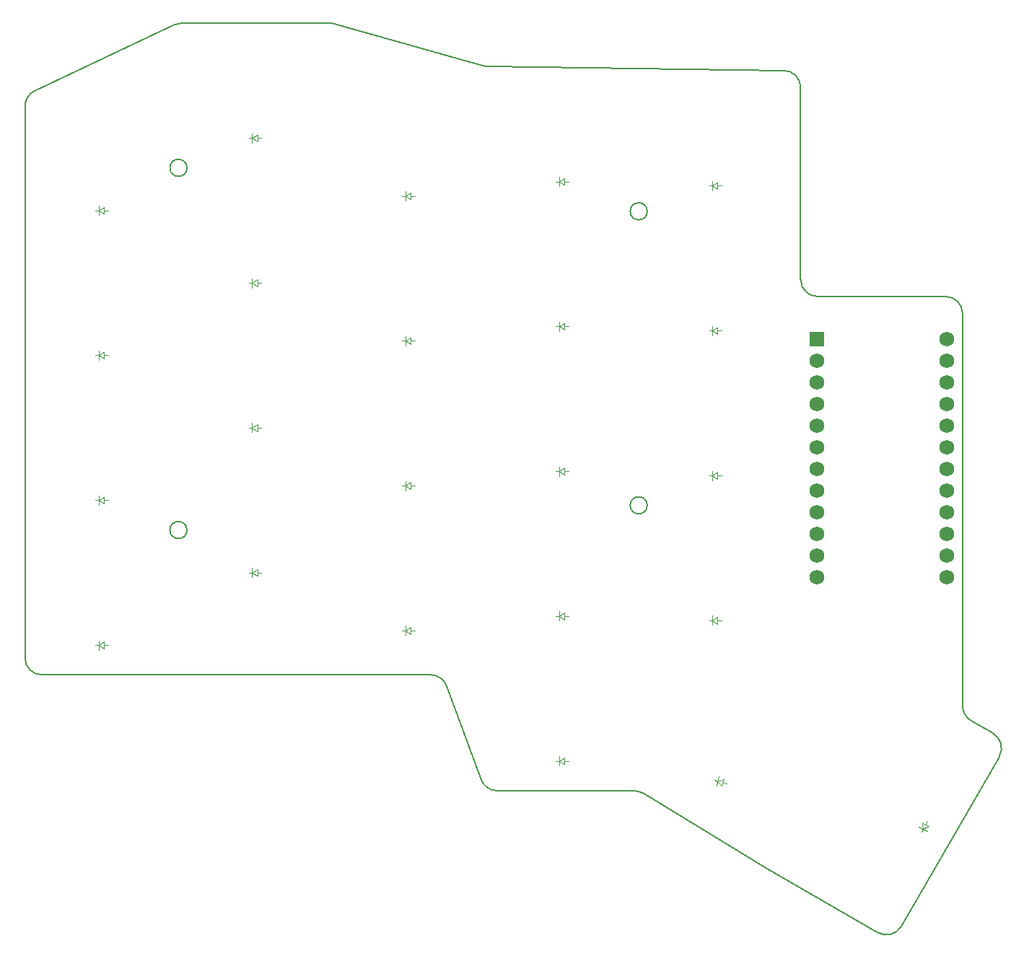
<source format=gbr>
%TF.GenerationSoftware,KiCad,Pcbnew,(6.0.0)*%
%TF.CreationDate,2022-02-05T12:05:09+01:00*%
%TF.ProjectId,samoklava2_pcb,73616d6f-6b6c-4617-9661-325f7063622e,v1.0.0*%
%TF.SameCoordinates,Original*%
%TF.FileFunction,Legend,Bot*%
%TF.FilePolarity,Positive*%
%FSLAX46Y46*%
G04 Gerber Fmt 4.6, Leading zero omitted, Abs format (unit mm)*
G04 Created by KiCad (PCBNEW (6.0.0)) date 2022-02-05 12:05:09*
%MOMM*%
%LPD*%
G01*
G04 APERTURE LIST*
%TA.AperFunction,Profile*%
%ADD10C,0.150000*%
%TD*%
%ADD11C,0.100000*%
%ADD12R,1.752600X1.752600*%
%ADD13C,1.752600*%
G04 APERTURE END LIST*
D10*
X101000000Y33900000D02*
G75*
G03*
X99000000Y35900000I-1999999J1D01*
G01*
X101000000Y-12141090D02*
G75*
G03*
X102000000Y-13873141I2000000J0D01*
G01*
X-9000000Y-6500000D02*
G75*
G03*
X-7000000Y-8500000I1999999J-1D01*
G01*
X-9000000Y58232663D02*
X-9000000Y-6500000D01*
X8594465Y67808497D02*
X-7854013Y60041161D01*
X44745899Y62971995D02*
X27267341Y67924253D01*
X46395588Y-22100000D02*
X62441218Y-22100000D01*
X80027025Y62426662D02*
X45264080Y62896431D01*
X40481569Y-9809869D02*
X44518431Y-20790131D01*
X78060291Y-31227935D02*
G75*
G03*
X78096935Y-31249615I1031524J1701695D01*
G01*
X-7000000Y-8500000D02*
X38604412Y-8500000D01*
X27267341Y67924253D02*
G75*
G03*
X26722136Y68000000I-545201J-1924212D01*
G01*
X78096934Y-31249614D02*
X91068878Y-38738969D01*
X26722135Y68000000D02*
X9448477Y68000000D01*
X44518431Y-20790131D02*
G75*
G03*
X46395588Y-22100000I1877157J690130D01*
G01*
X10000000Y8500000D02*
G75*
G03*
X10000000Y8500000I-1000000J0D01*
G01*
X63477862Y-22389629D02*
X78060291Y-31227935D01*
X64000000Y11400000D02*
G75*
G03*
X64000000Y11400000I-1000000J0D01*
G01*
X40481569Y-9809869D02*
G75*
G03*
X38604412Y-8500000I-1877157J-690130D01*
G01*
X99000000Y35900000D02*
X84000000Y35900000D01*
X101000000Y-12141090D02*
X101000000Y33900000D01*
X9448477Y68000000D02*
G75*
G03*
X8594464Y67808497I2J-2000006D01*
G01*
X82000000Y37900000D02*
X82000000Y60426844D01*
X10000000Y51000000D02*
G75*
G03*
X10000000Y51000000I-1000000J0D01*
G01*
X-7854013Y60041161D02*
G75*
G03*
X-9000001Y58232663I854012J-1808497D01*
G01*
X93800928Y-38006919D02*
X105300929Y-18088334D01*
X63477862Y-22389629D02*
G75*
G03*
X62441218Y-22100000I-1036646J-1710378D01*
G01*
X64000000Y45900000D02*
G75*
G03*
X64000000Y45900000I-1000000J0D01*
G01*
X105300929Y-18088334D02*
G75*
G03*
X104568878Y-15356283I-1732051J1000000D01*
G01*
X102000000Y-13873141D02*
X104568878Y-15356284D01*
X44745899Y62971995D02*
G75*
G03*
X45264080Y62896431I545202J1924232D01*
G01*
X82000001Y60426844D02*
G75*
G03*
X80027025Y62426661I-2000001J-1D01*
G01*
X91068878Y-38738969D02*
G75*
G03*
X93800928Y-38006919I1000000J1732050D01*
G01*
X82000000Y37900000D02*
G75*
G03*
X84000000Y35900000I1999999J-1D01*
G01*
D11*
%TO.C,D22*%
X72261125Y-20958044D02*
X72403475Y-20426785D01*
X72944208Y-20726965D02*
X72737153Y-21499706D01*
X72737153Y-21499706D02*
X72261125Y-20958044D01*
X72261125Y-20958044D02*
X72944208Y-20726965D01*
X71874755Y-20854517D02*
X72261125Y-20958044D01*
X72261125Y-20958044D02*
X72118774Y-21489304D01*
X72840680Y-21113336D02*
X73323643Y-21242745D01*
%TO.C,D15*%
X54250000Y32800000D02*
X54250000Y32000000D01*
X54250000Y32400000D02*
X54750000Y32400000D01*
X53250000Y32400000D02*
X53650000Y32400000D01*
X53650000Y32400000D02*
X53650000Y32950000D01*
X53650000Y32400000D02*
X53650000Y31850000D01*
X53650000Y32400000D02*
X54250000Y32800000D01*
X54250000Y32000000D02*
X53650000Y32400000D01*
%TO.C,D6*%
X17650000Y20500000D02*
X18250000Y20900000D01*
X17650000Y20500000D02*
X17650000Y19950000D01*
X18250000Y20500000D02*
X18750000Y20500000D01*
X18250000Y20100000D02*
X17650000Y20500000D01*
X17650000Y20500000D02*
X17650000Y21050000D01*
X18250000Y20900000D02*
X18250000Y20100000D01*
X17250000Y20500000D02*
X17650000Y20500000D01*
%TO.C,D10*%
X36250000Y13300000D02*
X35650000Y13700000D01*
X36250000Y13700000D02*
X36750000Y13700000D01*
X35650000Y13700000D02*
X36250000Y14100000D01*
X35250000Y13700000D02*
X35650000Y13700000D01*
X35650000Y13700000D02*
X35650000Y13150000D01*
X35650000Y13700000D02*
X35650000Y14250000D01*
X36250000Y14100000D02*
X36250000Y13300000D01*
%TO.C,D16*%
X54250000Y49400000D02*
X54750000Y49400000D01*
X54250000Y49800000D02*
X54250000Y49000000D01*
X53250000Y49400000D02*
X53650000Y49400000D01*
X53650000Y49400000D02*
X53650000Y49950000D01*
X54250000Y49000000D02*
X53650000Y49400000D01*
X53650000Y49400000D02*
X53650000Y48850000D01*
X53650000Y49400000D02*
X54250000Y49800000D01*
%TO.C,D11*%
X36250000Y30300000D02*
X35650000Y30700000D01*
X35250000Y30700000D02*
X35650000Y30700000D01*
X36250000Y31100000D02*
X36250000Y30300000D01*
X35650000Y30700000D02*
X35650000Y31250000D01*
X35650000Y30700000D02*
X35650000Y30150000D01*
X36250000Y30700000D02*
X36750000Y30700000D01*
X35650000Y30700000D02*
X36250000Y31100000D01*
%TO.C,D17*%
X72250000Y-2500000D02*
X71650000Y-2100000D01*
X72250000Y-1700000D02*
X72250000Y-2500000D01*
X71650000Y-2100000D02*
X72250000Y-1700000D01*
X72250000Y-2100000D02*
X72750000Y-2100000D01*
X71250000Y-2100000D02*
X71650000Y-2100000D01*
X71650000Y-2100000D02*
X71650000Y-1550000D01*
X71650000Y-2100000D02*
X71650000Y-2650000D01*
%TO.C,D20*%
X72250000Y48900000D02*
X72750000Y48900000D01*
X71650000Y48900000D02*
X71650000Y48350000D01*
X72250000Y48500000D02*
X71650000Y48900000D01*
X71650000Y48900000D02*
X71650000Y49450000D01*
X72250000Y49300000D02*
X72250000Y48500000D01*
X71650000Y48900000D02*
X72250000Y49300000D01*
X71250000Y48900000D02*
X71650000Y48900000D01*
%TO.C,D18*%
X72250000Y14900000D02*
X72750000Y14900000D01*
X72250000Y14500000D02*
X71650000Y14900000D01*
X71250000Y14900000D02*
X71650000Y14900000D01*
X71650000Y14900000D02*
X71650000Y14350000D01*
X71650000Y14900000D02*
X71650000Y15450000D01*
X71650000Y14900000D02*
X72250000Y15300000D01*
X72250000Y15300000D02*
X72250000Y14500000D01*
%TO.C,D7*%
X18250000Y37100000D02*
X17650000Y37500000D01*
X17650000Y37500000D02*
X17650000Y38050000D01*
X18250000Y37500000D02*
X18750000Y37500000D01*
X18250000Y37900000D02*
X18250000Y37100000D01*
X17250000Y37500000D02*
X17650000Y37500000D01*
X17650000Y37500000D02*
X17650000Y36950000D01*
X17650000Y37500000D02*
X18250000Y37900000D01*
%TO.C,D13*%
X53650000Y-1600000D02*
X54250000Y-1200000D01*
X53250000Y-1600000D02*
X53650000Y-1600000D01*
X54250000Y-1600000D02*
X54750000Y-1600000D01*
X54250000Y-1200000D02*
X54250000Y-2000000D01*
X53650000Y-1600000D02*
X53650000Y-2150000D01*
X54250000Y-2000000D02*
X53650000Y-1600000D01*
X53650000Y-1600000D02*
X53650000Y-1050000D01*
%TO.C,D4*%
X-350000Y46000000D02*
X-350000Y46550000D01*
X-350000Y46000000D02*
X250000Y46400000D01*
X250000Y45600000D02*
X-350000Y46000000D01*
X-350000Y46000000D02*
X-350000Y45450000D01*
X250000Y46000000D02*
X750000Y46000000D01*
X-750000Y46000000D02*
X-350000Y46000000D01*
X250000Y46400000D02*
X250000Y45600000D01*
%TO.C,D23*%
X96344840Y-26600736D02*
X96298430Y-25881121D01*
X96144840Y-26947146D02*
X96344840Y-26600736D01*
X96644840Y-26081121D02*
X96894840Y-25648108D01*
X96344840Y-26600736D02*
X95868526Y-26325736D01*
X96344840Y-26600736D02*
X96821154Y-26875736D01*
X96991250Y-26281121D02*
X96344840Y-26600736D01*
X96298430Y-25881121D02*
X96991250Y-26281121D01*
%TO.C,D21*%
X53650000Y-18600000D02*
X53650000Y-18050000D01*
X54250000Y-19000000D02*
X53650000Y-18600000D01*
X53250000Y-18600000D02*
X53650000Y-18600000D01*
X54250000Y-18600000D02*
X54750000Y-18600000D01*
X54250000Y-18200000D02*
X54250000Y-19000000D01*
X53650000Y-18600000D02*
X53650000Y-19150000D01*
X53650000Y-18600000D02*
X54250000Y-18200000D01*
%TO.C,D14*%
X54250000Y15400000D02*
X54750000Y15400000D01*
X53650000Y15400000D02*
X53650000Y15950000D01*
X53650000Y15400000D02*
X53650000Y14850000D01*
X54250000Y15000000D02*
X53650000Y15400000D01*
X53250000Y15400000D02*
X53650000Y15400000D01*
X54250000Y15800000D02*
X54250000Y15000000D01*
X53650000Y15400000D02*
X54250000Y15800000D01*
%TO.C,D9*%
X35650000Y-3300000D02*
X35650000Y-2750000D01*
X35650000Y-3300000D02*
X35650000Y-3850000D01*
X35250000Y-3300000D02*
X35650000Y-3300000D01*
X36250000Y-2900000D02*
X36250000Y-3700000D01*
X36250000Y-3300000D02*
X36750000Y-3300000D01*
X36250000Y-3700000D02*
X35650000Y-3300000D01*
X35650000Y-3300000D02*
X36250000Y-2900000D01*
%TO.C,D12*%
X36250000Y47700000D02*
X36750000Y47700000D01*
X36250000Y48100000D02*
X36250000Y47300000D01*
X35650000Y47700000D02*
X35650000Y48250000D01*
X35650000Y47700000D02*
X36250000Y48100000D01*
X35650000Y47700000D02*
X35650000Y47150000D01*
X35250000Y47700000D02*
X35650000Y47700000D01*
X36250000Y47300000D02*
X35650000Y47700000D01*
%TO.C,D1*%
X-350000Y-5000000D02*
X250000Y-4600000D01*
X-750000Y-5000000D02*
X-350000Y-5000000D01*
X250000Y-5000000D02*
X750000Y-5000000D01*
X250000Y-4600000D02*
X250000Y-5400000D01*
X250000Y-5400000D02*
X-350000Y-5000000D01*
X-350000Y-5000000D02*
X-350000Y-5550000D01*
X-350000Y-5000000D02*
X-350000Y-4450000D01*
%TO.C,D8*%
X17650000Y54500000D02*
X18250000Y54900000D01*
X18250000Y54500000D02*
X18750000Y54500000D01*
X17650000Y54500000D02*
X17650000Y53950000D01*
X18250000Y54100000D02*
X17650000Y54500000D01*
X17650000Y54500000D02*
X17650000Y55050000D01*
X18250000Y54900000D02*
X18250000Y54100000D01*
X17250000Y54500000D02*
X17650000Y54500000D01*
%TO.C,D5*%
X17650000Y3500000D02*
X17650000Y2950000D01*
X17250000Y3500000D02*
X17650000Y3500000D01*
X18250000Y3100000D02*
X17650000Y3500000D01*
X17650000Y3500000D02*
X18250000Y3900000D01*
X17650000Y3500000D02*
X17650000Y4050000D01*
X18250000Y3900000D02*
X18250000Y3100000D01*
X18250000Y3500000D02*
X18750000Y3500000D01*
%TO.C,D19*%
X71650000Y31900000D02*
X72250000Y32300000D01*
X72250000Y31900000D02*
X72750000Y31900000D01*
X71250000Y31900000D02*
X71650000Y31900000D01*
X72250000Y32300000D02*
X72250000Y31500000D01*
X71650000Y31900000D02*
X71650000Y32450000D01*
X72250000Y31500000D02*
X71650000Y31900000D01*
X71650000Y31900000D02*
X71650000Y31350000D01*
%TO.C,D2*%
X-750000Y12000000D02*
X-350000Y12000000D01*
X250000Y12400000D02*
X250000Y11600000D01*
X250000Y12000000D02*
X750000Y12000000D01*
X-350000Y12000000D02*
X-350000Y11450000D01*
X-350000Y12000000D02*
X-350000Y12550000D01*
X-350000Y12000000D02*
X250000Y12400000D01*
X250000Y11600000D02*
X-350000Y12000000D01*
%TO.C,D3*%
X-350000Y29000000D02*
X-350000Y29550000D01*
X-750000Y29000000D02*
X-350000Y29000000D01*
X250000Y28600000D02*
X-350000Y29000000D01*
X250000Y29000000D02*
X750000Y29000000D01*
X-350000Y29000000D02*
X-350000Y28450000D01*
X250000Y29400000D02*
X250000Y28600000D01*
X-350000Y29000000D02*
X250000Y29400000D01*
%TD*%
D12*
%TO.C,MCU1*%
X83880000Y30870000D03*
D13*
X83880000Y28330000D03*
X83880000Y25790000D03*
X83880000Y23250000D03*
X83880000Y20710000D03*
X83880000Y18170000D03*
X83880000Y15630000D03*
X83880000Y13090000D03*
X83880000Y10550000D03*
X83880000Y8010000D03*
X83880000Y5470000D03*
X83880000Y2930000D03*
X99120000Y30870000D03*
X99120000Y28330000D03*
X99120000Y25790000D03*
X99120000Y23250000D03*
X99120000Y20710000D03*
X99120000Y18170000D03*
X99120000Y15630000D03*
X99120000Y13090000D03*
X99120000Y10550000D03*
X99120000Y8010000D03*
X99120000Y5470000D03*
X99120000Y2930000D03*
%TD*%
M02*

</source>
